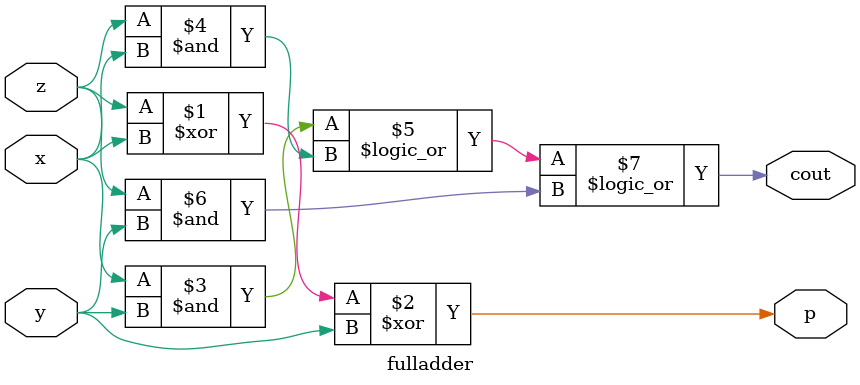
<source format=v>
module part1(a,b,c_in,s,c_out);

input [3:0] a,b;
input c_in;
output [3:0] s;
output [3:0] c_out;
wire c1,c2,c3,c4;

fulladder u0(.x(a[0]),.y(b[0]),.z(c_in),.p(s[0]),.cout(c1));
fulladder u1(.x(a[1]),.y(b[1]),.z(c1),.p(s[1]),.cout(c2));
fulladder u2(.x(a[2]),.y(b[2]),.z(c2),.p(s[2]),.cout(c3));
fulladder u3(.x(a[3]),.y(b[3]),.z(c3),.p(s[3]),.cout(c4));

assign c_out={c4,c3,c2,c1};

endmodule


module fulladder (x,y,z,p,cout);
input x,y,z;
output p,cout;
assign p=z^x^y;
assign cout=(x&y)||(z&x)||(z&y);
endmodule


/*module toplevelpart1(SW,LEDR);
input [8:0] SW; //declaring all switches or specified switches both works 
output [9:0] LEDR;
part2 p1(
       .a(SW[7:4]),
       .b(SW[3:0]),
       .c_in(SW[8]),
       .c_out(LEDR[9:6]),
       .s(LEDR[3:0]));
endmodule*/





</source>
